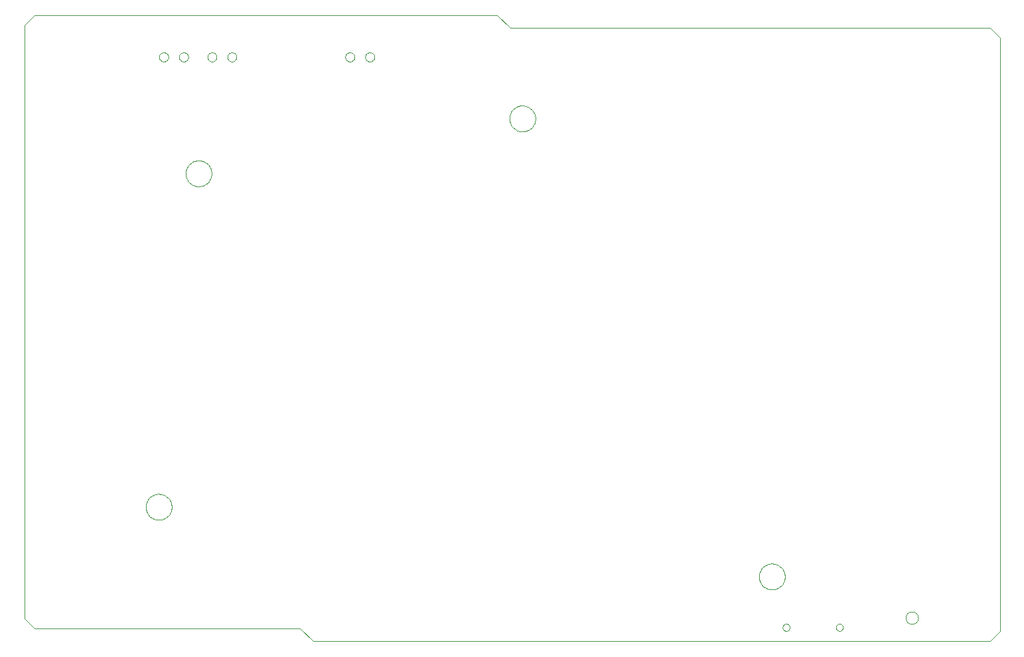
<source format=gko>
G75*
%MOIN*%
%OFA0B0*%
%FSLAX24Y24*%
%IPPOS*%
%LPD*%
%AMOC8*
5,1,8,0,0,1.08239X$1,22.5*
%
%ADD10C,0.0000*%
D10*
X007193Y006875D02*
X007693Y006375D01*
X021043Y006375D01*
X021693Y005725D01*
X055693Y005725D01*
X056193Y006225D01*
X056193Y036025D01*
X055693Y036525D01*
X031593Y036525D01*
X030943Y037175D01*
X007693Y037175D01*
X007193Y036675D01*
X007193Y006875D01*
X013293Y012475D02*
X013295Y012525D01*
X013301Y012575D01*
X013311Y012625D01*
X013324Y012673D01*
X013341Y012721D01*
X013362Y012767D01*
X013386Y012811D01*
X013414Y012853D01*
X013445Y012893D01*
X013479Y012930D01*
X013516Y012965D01*
X013555Y012996D01*
X013596Y013025D01*
X013640Y013050D01*
X013686Y013072D01*
X013733Y013090D01*
X013781Y013104D01*
X013830Y013115D01*
X013880Y013122D01*
X013930Y013125D01*
X013981Y013124D01*
X014031Y013119D01*
X014081Y013110D01*
X014129Y013098D01*
X014177Y013081D01*
X014223Y013061D01*
X014268Y013038D01*
X014311Y013011D01*
X014351Y012981D01*
X014389Y012948D01*
X014424Y012912D01*
X014457Y012873D01*
X014486Y012832D01*
X014512Y012789D01*
X014535Y012744D01*
X014554Y012697D01*
X014569Y012649D01*
X014581Y012600D01*
X014589Y012550D01*
X014593Y012500D01*
X014593Y012450D01*
X014589Y012400D01*
X014581Y012350D01*
X014569Y012301D01*
X014554Y012253D01*
X014535Y012206D01*
X014512Y012161D01*
X014486Y012118D01*
X014457Y012077D01*
X014424Y012038D01*
X014389Y012002D01*
X014351Y011969D01*
X014311Y011939D01*
X014268Y011912D01*
X014223Y011889D01*
X014177Y011869D01*
X014129Y011852D01*
X014081Y011840D01*
X014031Y011831D01*
X013981Y011826D01*
X013930Y011825D01*
X013880Y011828D01*
X013830Y011835D01*
X013781Y011846D01*
X013733Y011860D01*
X013686Y011878D01*
X013640Y011900D01*
X013596Y011925D01*
X013555Y011954D01*
X013516Y011985D01*
X013479Y012020D01*
X013445Y012057D01*
X013414Y012097D01*
X013386Y012139D01*
X013362Y012183D01*
X013341Y012229D01*
X013324Y012277D01*
X013311Y012325D01*
X013301Y012375D01*
X013295Y012425D01*
X013293Y012475D01*
X015293Y029225D02*
X015295Y029275D01*
X015301Y029325D01*
X015311Y029375D01*
X015324Y029423D01*
X015341Y029471D01*
X015362Y029517D01*
X015386Y029561D01*
X015414Y029603D01*
X015445Y029643D01*
X015479Y029680D01*
X015516Y029715D01*
X015555Y029746D01*
X015596Y029775D01*
X015640Y029800D01*
X015686Y029822D01*
X015733Y029840D01*
X015781Y029854D01*
X015830Y029865D01*
X015880Y029872D01*
X015930Y029875D01*
X015981Y029874D01*
X016031Y029869D01*
X016081Y029860D01*
X016129Y029848D01*
X016177Y029831D01*
X016223Y029811D01*
X016268Y029788D01*
X016311Y029761D01*
X016351Y029731D01*
X016389Y029698D01*
X016424Y029662D01*
X016457Y029623D01*
X016486Y029582D01*
X016512Y029539D01*
X016535Y029494D01*
X016554Y029447D01*
X016569Y029399D01*
X016581Y029350D01*
X016589Y029300D01*
X016593Y029250D01*
X016593Y029200D01*
X016589Y029150D01*
X016581Y029100D01*
X016569Y029051D01*
X016554Y029003D01*
X016535Y028956D01*
X016512Y028911D01*
X016486Y028868D01*
X016457Y028827D01*
X016424Y028788D01*
X016389Y028752D01*
X016351Y028719D01*
X016311Y028689D01*
X016268Y028662D01*
X016223Y028639D01*
X016177Y028619D01*
X016129Y028602D01*
X016081Y028590D01*
X016031Y028581D01*
X015981Y028576D01*
X015930Y028575D01*
X015880Y028578D01*
X015830Y028585D01*
X015781Y028596D01*
X015733Y028610D01*
X015686Y028628D01*
X015640Y028650D01*
X015596Y028675D01*
X015555Y028704D01*
X015516Y028735D01*
X015479Y028770D01*
X015445Y028807D01*
X015414Y028847D01*
X015386Y028889D01*
X015362Y028933D01*
X015341Y028979D01*
X015324Y029027D01*
X015311Y029075D01*
X015301Y029125D01*
X015295Y029175D01*
X015293Y029225D01*
X014963Y035075D02*
X014965Y035105D01*
X014971Y035135D01*
X014981Y035163D01*
X014994Y035190D01*
X015011Y035215D01*
X015030Y035238D01*
X015053Y035257D01*
X015078Y035274D01*
X015105Y035287D01*
X015133Y035297D01*
X015163Y035303D01*
X015193Y035305D01*
X015223Y035303D01*
X015253Y035297D01*
X015281Y035287D01*
X015308Y035274D01*
X015333Y035257D01*
X015356Y035238D01*
X015375Y035215D01*
X015392Y035190D01*
X015405Y035163D01*
X015415Y035135D01*
X015421Y035105D01*
X015423Y035075D01*
X015421Y035045D01*
X015415Y035015D01*
X015405Y034987D01*
X015392Y034960D01*
X015375Y034935D01*
X015356Y034912D01*
X015333Y034893D01*
X015308Y034876D01*
X015281Y034863D01*
X015253Y034853D01*
X015223Y034847D01*
X015193Y034845D01*
X015163Y034847D01*
X015133Y034853D01*
X015105Y034863D01*
X015078Y034876D01*
X015053Y034893D01*
X015030Y034912D01*
X015011Y034935D01*
X014994Y034960D01*
X014981Y034987D01*
X014971Y035015D01*
X014965Y035045D01*
X014963Y035075D01*
X013963Y035075D02*
X013965Y035105D01*
X013971Y035135D01*
X013981Y035163D01*
X013994Y035190D01*
X014011Y035215D01*
X014030Y035238D01*
X014053Y035257D01*
X014078Y035274D01*
X014105Y035287D01*
X014133Y035297D01*
X014163Y035303D01*
X014193Y035305D01*
X014223Y035303D01*
X014253Y035297D01*
X014281Y035287D01*
X014308Y035274D01*
X014333Y035257D01*
X014356Y035238D01*
X014375Y035215D01*
X014392Y035190D01*
X014405Y035163D01*
X014415Y035135D01*
X014421Y035105D01*
X014423Y035075D01*
X014421Y035045D01*
X014415Y035015D01*
X014405Y034987D01*
X014392Y034960D01*
X014375Y034935D01*
X014356Y034912D01*
X014333Y034893D01*
X014308Y034876D01*
X014281Y034863D01*
X014253Y034853D01*
X014223Y034847D01*
X014193Y034845D01*
X014163Y034847D01*
X014133Y034853D01*
X014105Y034863D01*
X014078Y034876D01*
X014053Y034893D01*
X014030Y034912D01*
X014011Y034935D01*
X013994Y034960D01*
X013981Y034987D01*
X013971Y035015D01*
X013965Y035045D01*
X013963Y035075D01*
X016388Y035075D02*
X016390Y035105D01*
X016396Y035135D01*
X016406Y035163D01*
X016419Y035190D01*
X016436Y035215D01*
X016455Y035238D01*
X016478Y035257D01*
X016503Y035274D01*
X016530Y035287D01*
X016558Y035297D01*
X016588Y035303D01*
X016618Y035305D01*
X016648Y035303D01*
X016678Y035297D01*
X016706Y035287D01*
X016733Y035274D01*
X016758Y035257D01*
X016781Y035238D01*
X016800Y035215D01*
X016817Y035190D01*
X016830Y035163D01*
X016840Y035135D01*
X016846Y035105D01*
X016848Y035075D01*
X016846Y035045D01*
X016840Y035015D01*
X016830Y034987D01*
X016817Y034960D01*
X016800Y034935D01*
X016781Y034912D01*
X016758Y034893D01*
X016733Y034876D01*
X016706Y034863D01*
X016678Y034853D01*
X016648Y034847D01*
X016618Y034845D01*
X016588Y034847D01*
X016558Y034853D01*
X016530Y034863D01*
X016503Y034876D01*
X016478Y034893D01*
X016455Y034912D01*
X016436Y034935D01*
X016419Y034960D01*
X016406Y034987D01*
X016396Y035015D01*
X016390Y035045D01*
X016388Y035075D01*
X017388Y035075D02*
X017390Y035105D01*
X017396Y035135D01*
X017406Y035163D01*
X017419Y035190D01*
X017436Y035215D01*
X017455Y035238D01*
X017478Y035257D01*
X017503Y035274D01*
X017530Y035287D01*
X017558Y035297D01*
X017588Y035303D01*
X017618Y035305D01*
X017648Y035303D01*
X017678Y035297D01*
X017706Y035287D01*
X017733Y035274D01*
X017758Y035257D01*
X017781Y035238D01*
X017800Y035215D01*
X017817Y035190D01*
X017830Y035163D01*
X017840Y035135D01*
X017846Y035105D01*
X017848Y035075D01*
X017846Y035045D01*
X017840Y035015D01*
X017830Y034987D01*
X017817Y034960D01*
X017800Y034935D01*
X017781Y034912D01*
X017758Y034893D01*
X017733Y034876D01*
X017706Y034863D01*
X017678Y034853D01*
X017648Y034847D01*
X017618Y034845D01*
X017588Y034847D01*
X017558Y034853D01*
X017530Y034863D01*
X017503Y034876D01*
X017478Y034893D01*
X017455Y034912D01*
X017436Y034935D01*
X017419Y034960D01*
X017406Y034987D01*
X017396Y035015D01*
X017390Y035045D01*
X017388Y035075D01*
X023313Y035075D02*
X023315Y035105D01*
X023321Y035135D01*
X023331Y035163D01*
X023344Y035190D01*
X023361Y035215D01*
X023380Y035238D01*
X023403Y035257D01*
X023428Y035274D01*
X023455Y035287D01*
X023483Y035297D01*
X023513Y035303D01*
X023543Y035305D01*
X023573Y035303D01*
X023603Y035297D01*
X023631Y035287D01*
X023658Y035274D01*
X023683Y035257D01*
X023706Y035238D01*
X023725Y035215D01*
X023742Y035190D01*
X023755Y035163D01*
X023765Y035135D01*
X023771Y035105D01*
X023773Y035075D01*
X023771Y035045D01*
X023765Y035015D01*
X023755Y034987D01*
X023742Y034960D01*
X023725Y034935D01*
X023706Y034912D01*
X023683Y034893D01*
X023658Y034876D01*
X023631Y034863D01*
X023603Y034853D01*
X023573Y034847D01*
X023543Y034845D01*
X023513Y034847D01*
X023483Y034853D01*
X023455Y034863D01*
X023428Y034876D01*
X023403Y034893D01*
X023380Y034912D01*
X023361Y034935D01*
X023344Y034960D01*
X023331Y034987D01*
X023321Y035015D01*
X023315Y035045D01*
X023313Y035075D01*
X024313Y035075D02*
X024315Y035105D01*
X024321Y035135D01*
X024331Y035163D01*
X024344Y035190D01*
X024361Y035215D01*
X024380Y035238D01*
X024403Y035257D01*
X024428Y035274D01*
X024455Y035287D01*
X024483Y035297D01*
X024513Y035303D01*
X024543Y035305D01*
X024573Y035303D01*
X024603Y035297D01*
X024631Y035287D01*
X024658Y035274D01*
X024683Y035257D01*
X024706Y035238D01*
X024725Y035215D01*
X024742Y035190D01*
X024755Y035163D01*
X024765Y035135D01*
X024771Y035105D01*
X024773Y035075D01*
X024771Y035045D01*
X024765Y035015D01*
X024755Y034987D01*
X024742Y034960D01*
X024725Y034935D01*
X024706Y034912D01*
X024683Y034893D01*
X024658Y034876D01*
X024631Y034863D01*
X024603Y034853D01*
X024573Y034847D01*
X024543Y034845D01*
X024513Y034847D01*
X024483Y034853D01*
X024455Y034863D01*
X024428Y034876D01*
X024403Y034893D01*
X024380Y034912D01*
X024361Y034935D01*
X024344Y034960D01*
X024331Y034987D01*
X024321Y035015D01*
X024315Y035045D01*
X024313Y035075D01*
X031557Y031982D02*
X031559Y032032D01*
X031565Y032082D01*
X031575Y032132D01*
X031588Y032180D01*
X031605Y032228D01*
X031626Y032274D01*
X031650Y032318D01*
X031678Y032360D01*
X031709Y032400D01*
X031743Y032437D01*
X031780Y032472D01*
X031819Y032503D01*
X031860Y032532D01*
X031904Y032557D01*
X031950Y032579D01*
X031997Y032597D01*
X032045Y032611D01*
X032094Y032622D01*
X032144Y032629D01*
X032194Y032632D01*
X032245Y032631D01*
X032295Y032626D01*
X032345Y032617D01*
X032393Y032605D01*
X032441Y032588D01*
X032487Y032568D01*
X032532Y032545D01*
X032575Y032518D01*
X032615Y032488D01*
X032653Y032455D01*
X032688Y032419D01*
X032721Y032380D01*
X032750Y032339D01*
X032776Y032296D01*
X032799Y032251D01*
X032818Y032204D01*
X032833Y032156D01*
X032845Y032107D01*
X032853Y032057D01*
X032857Y032007D01*
X032857Y031957D01*
X032853Y031907D01*
X032845Y031857D01*
X032833Y031808D01*
X032818Y031760D01*
X032799Y031713D01*
X032776Y031668D01*
X032750Y031625D01*
X032721Y031584D01*
X032688Y031545D01*
X032653Y031509D01*
X032615Y031476D01*
X032575Y031446D01*
X032532Y031419D01*
X032487Y031396D01*
X032441Y031376D01*
X032393Y031359D01*
X032345Y031347D01*
X032295Y031338D01*
X032245Y031333D01*
X032194Y031332D01*
X032144Y031335D01*
X032094Y031342D01*
X032045Y031353D01*
X031997Y031367D01*
X031950Y031385D01*
X031904Y031407D01*
X031860Y031432D01*
X031819Y031461D01*
X031780Y031492D01*
X031743Y031527D01*
X031709Y031564D01*
X031678Y031604D01*
X031650Y031646D01*
X031626Y031690D01*
X031605Y031736D01*
X031588Y031784D01*
X031575Y031832D01*
X031565Y031882D01*
X031559Y031932D01*
X031557Y031982D01*
X044093Y008975D02*
X044095Y009025D01*
X044101Y009075D01*
X044111Y009125D01*
X044124Y009173D01*
X044141Y009221D01*
X044162Y009267D01*
X044186Y009311D01*
X044214Y009353D01*
X044245Y009393D01*
X044279Y009430D01*
X044316Y009465D01*
X044355Y009496D01*
X044396Y009525D01*
X044440Y009550D01*
X044486Y009572D01*
X044533Y009590D01*
X044581Y009604D01*
X044630Y009615D01*
X044680Y009622D01*
X044730Y009625D01*
X044781Y009624D01*
X044831Y009619D01*
X044881Y009610D01*
X044929Y009598D01*
X044977Y009581D01*
X045023Y009561D01*
X045068Y009538D01*
X045111Y009511D01*
X045151Y009481D01*
X045189Y009448D01*
X045224Y009412D01*
X045257Y009373D01*
X045286Y009332D01*
X045312Y009289D01*
X045335Y009244D01*
X045354Y009197D01*
X045369Y009149D01*
X045381Y009100D01*
X045389Y009050D01*
X045393Y009000D01*
X045393Y008950D01*
X045389Y008900D01*
X045381Y008850D01*
X045369Y008801D01*
X045354Y008753D01*
X045335Y008706D01*
X045312Y008661D01*
X045286Y008618D01*
X045257Y008577D01*
X045224Y008538D01*
X045189Y008502D01*
X045151Y008469D01*
X045111Y008439D01*
X045068Y008412D01*
X045023Y008389D01*
X044977Y008369D01*
X044929Y008352D01*
X044881Y008340D01*
X044831Y008331D01*
X044781Y008326D01*
X044730Y008325D01*
X044680Y008328D01*
X044630Y008335D01*
X044581Y008346D01*
X044533Y008360D01*
X044486Y008378D01*
X044440Y008400D01*
X044396Y008425D01*
X044355Y008454D01*
X044316Y008485D01*
X044279Y008520D01*
X044245Y008557D01*
X044214Y008597D01*
X044186Y008639D01*
X044162Y008683D01*
X044141Y008729D01*
X044124Y008777D01*
X044111Y008825D01*
X044101Y008875D01*
X044095Y008925D01*
X044093Y008975D01*
X045278Y006425D02*
X045280Y006451D01*
X045286Y006477D01*
X045296Y006502D01*
X045309Y006525D01*
X045325Y006545D01*
X045345Y006563D01*
X045367Y006578D01*
X045390Y006590D01*
X045416Y006598D01*
X045442Y006602D01*
X045468Y006602D01*
X045494Y006598D01*
X045520Y006590D01*
X045544Y006578D01*
X045565Y006563D01*
X045585Y006545D01*
X045601Y006525D01*
X045614Y006502D01*
X045624Y006477D01*
X045630Y006451D01*
X045632Y006425D01*
X045630Y006399D01*
X045624Y006373D01*
X045614Y006348D01*
X045601Y006325D01*
X045585Y006305D01*
X045565Y006287D01*
X045543Y006272D01*
X045520Y006260D01*
X045494Y006252D01*
X045468Y006248D01*
X045442Y006248D01*
X045416Y006252D01*
X045390Y006260D01*
X045366Y006272D01*
X045345Y006287D01*
X045325Y006305D01*
X045309Y006325D01*
X045296Y006348D01*
X045286Y006373D01*
X045280Y006399D01*
X045278Y006425D01*
X047955Y006425D02*
X047957Y006451D01*
X047963Y006477D01*
X047973Y006502D01*
X047986Y006525D01*
X048002Y006545D01*
X048022Y006563D01*
X048044Y006578D01*
X048067Y006590D01*
X048093Y006598D01*
X048119Y006602D01*
X048145Y006602D01*
X048171Y006598D01*
X048197Y006590D01*
X048221Y006578D01*
X048242Y006563D01*
X048262Y006545D01*
X048278Y006525D01*
X048291Y006502D01*
X048301Y006477D01*
X048307Y006451D01*
X048309Y006425D01*
X048307Y006399D01*
X048301Y006373D01*
X048291Y006348D01*
X048278Y006325D01*
X048262Y006305D01*
X048242Y006287D01*
X048220Y006272D01*
X048197Y006260D01*
X048171Y006252D01*
X048145Y006248D01*
X048119Y006248D01*
X048093Y006252D01*
X048067Y006260D01*
X048043Y006272D01*
X048022Y006287D01*
X048002Y006305D01*
X047986Y006325D01*
X047973Y006348D01*
X047963Y006373D01*
X047957Y006399D01*
X047955Y006425D01*
X051455Y006906D02*
X051457Y006941D01*
X051463Y006976D01*
X051473Y007010D01*
X051486Y007043D01*
X051503Y007074D01*
X051524Y007102D01*
X051547Y007129D01*
X051574Y007152D01*
X051602Y007173D01*
X051633Y007190D01*
X051666Y007203D01*
X051700Y007213D01*
X051735Y007219D01*
X051770Y007221D01*
X051805Y007219D01*
X051840Y007213D01*
X051874Y007203D01*
X051907Y007190D01*
X051938Y007173D01*
X051966Y007152D01*
X051993Y007129D01*
X052016Y007102D01*
X052037Y007074D01*
X052054Y007043D01*
X052067Y007010D01*
X052077Y006976D01*
X052083Y006941D01*
X052085Y006906D01*
X052083Y006871D01*
X052077Y006836D01*
X052067Y006802D01*
X052054Y006769D01*
X052037Y006738D01*
X052016Y006710D01*
X051993Y006683D01*
X051966Y006660D01*
X051938Y006639D01*
X051907Y006622D01*
X051874Y006609D01*
X051840Y006599D01*
X051805Y006593D01*
X051770Y006591D01*
X051735Y006593D01*
X051700Y006599D01*
X051666Y006609D01*
X051633Y006622D01*
X051602Y006639D01*
X051574Y006660D01*
X051547Y006683D01*
X051524Y006710D01*
X051503Y006738D01*
X051486Y006769D01*
X051473Y006802D01*
X051463Y006836D01*
X051457Y006871D01*
X051455Y006906D01*
M02*

</source>
